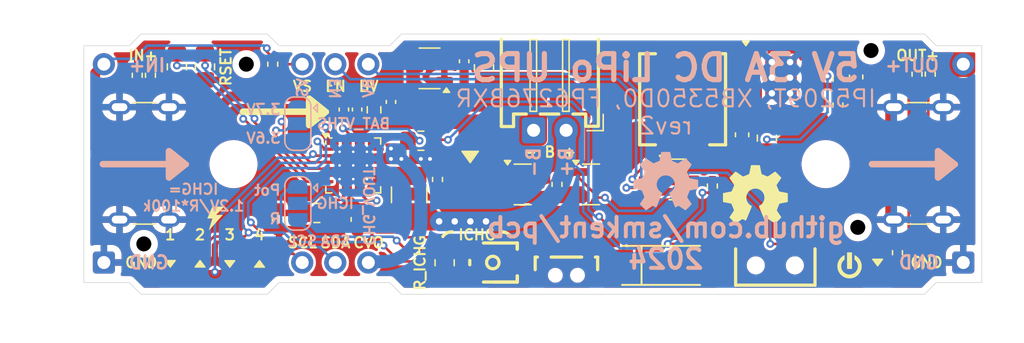
<source format=kicad_pcb>
(kicad_pcb (version 20240108) (generator "pcbnew") (generator_version "8.0")
  (layers (0 "F.Cu" signal) (31 "B.Cu" signal) (34 "B.Paste" user) (35 "F.Paste" user) (36 "B.SilkS" user "B.Silkscreen") (37 "F.SilkS" user "F.Silkscreen") (38 "B.Mask" user) (39 "F.Mask" user) (44 "Edge.Cuts" user))
  (net 0 "")
  (net 1 "B-")
  (net 2 "B+")
  (net 3 "BATVDD")
  (net 4 "GND")
  (net 5 "BOOST")
  (net 6 "VOUT")
  (net 7 "VIN")
  (net 8 "LOAD_SWITCH")
  (net 9 "SW")
  (net 10 "Net-(J1-CC1)")
  (net 11 "Net-(J1-CC2)")
  (net 12 "Net-(J2-CC1)")
  (net 13 "Net-(J2-CC2)")
  (net 14 "LED1")
  (net 15 "LED3")
  (net 16 "LED2")
  (net 17 "Net-(Q2-G)")
  (net 18 "FB")
  (net 19 "KEY")
  (net 20 "Net-(LED5-K)")
  (net 21 "Net-(LED6-A)")
  (net 22 "Net-(C6-Pad1)")
  (net 23 "Net-(C7-Pad1)")
  (net 24 "ICHG")
  (net 26 "BAT_SENSE")
  (net 27 "BAT_SENSE_ENABLE")
  (net 28 "Net-(Q3-D)")
  (net 29 "LIGHT")
  (net 30 "POWER_IN_SENSE")
  (net 31 "BOOST_SW")
  (net 32 "RSET")
  (net 37 "VREG")
  (net 38 "VTHS")
  (net 40 "Net-(JP2-B)")
  (net 41 "Net-(JP2-A)")
  (net 42 "CHARGE_VOUT")
  (net 43 "BOOST_OC")
  (net 44 "Net-(U1-NTC)")
  (footprint "custom:SOIC-8-1EP_3.9x4.9mm_P1.27mm_EP2.41x3.3mm_ThermalVias_CustomVias" (layer "F.Cu") (at 103.57 122.358)
    (property "Reference" "U3" (hide yes))
    (property "Value" "FP6276BXR-G1")
  )
  (footprint "Resistor_SMD:R_0402_1005Metric" (layer "F.Cu") (at 86.36 130.556 90)
    (property "Reference" "R7" (hide yes))
    (property "Value" "10K")
  )
  (footprint "graphics:oshw-logo-5mm" (layer "F.Cu") (at 101.6 131.318)
    (property "Reference" "G***" (hide yes))
    (property "Value" "LOGO" (hide yes))
  )
  (footprint "Capacitor_SMD:C_0603_1608Metric" (layer "F.Cu") (at 71.05 133.25 -90)
    (property "Reference" "C2" (hide yes))
    (property "Value" "22uF")
  )
  (footprint "custom:LED_0805_2012Metric_Pad1.15x1.40mm_HandSolder_simple" (layer "F.Cu") (at 58.928 136.652 -90)
    (property "Reference" "LED2" (hide yes))
    (property "Value" "~")
  )
  (footprint "graphics:icon-lightning-bolt-2mm" (layer "F.Cu") (at 60.071 133.1)
    (property "Reference" "G***" (hide yes))
    (property "Value" "LOGO" (hide yes))
  )
  (footprint "Resistor_SMD:R_0805_2012Metric_Pad1.20x1.40mm_HandSolder" (layer "F.Cu") (at 57.15 121.523 90)
    (property "Reference" "R20" (hide yes))
    (property "Value" "0R")
  )
  (footprint "Resistor_SMD:R_0402_1005Metric" (layer "F.Cu") (at 54.102 122.174 90)
    (property "Reference" "R11" (hide yes))
    (property "Value" "5K1")
  )
  (footprint "custom:LED_0805_2012Metric_Pad1.15x1.40mm_HandSolder_simple" (layer "F.Cu") (at 61.214 136.67 90)
    (property "Reference" "LED3" (hide yes))
    (property "Value" "~")
  )
  (footprint "lcsc:IND-SMD_L7.0-W6.6" (layer "F.Cu") (at 96.012 124.015 90)
    (property "Reference" "L2" (hide yes))
    (property "Value" "4.7uH")
  )
  (footprint "Resistor_SMD:R_0805_2012Metric_Pad1.20x1.40mm_HandSolder" (layer "F.Cu") (at 59.309 121.523 -90)
    (property "Reference" "R18" (hide yes))
    (property "Value" "10K")
  )
  (footprint "mechanical:JLCPCB-PCBA-Tooling-Hole" (layer "F.Cu") (at 110.49 120.269)
    (property "Reference" "REF**" (hide yes))
    (property "Value" "JLCPCB-PCBA-Tooling-Hole")
  )
  (footprint "Inductor_SMD:L_1210_3225Metric" (layer "F.Cu") (at 75 131.356 -90)
    (property "Reference" "L1" (hide yes))
    (property "Value" "1uH")
  )
  (footprint "custom:LED_0805_2012Metric_Pad1.15x1.40mm_HandSolder_simple" (layer "F.Cu") (at 56.642 136.661 90)
    (property "Reference" "LED1" (hide yes))
    (property "Value" "~")
  )
  (footprint "Resistor_SMD:R_0805_2012Metric_Pad1.20x1.40mm_HandSolder" (layer "F.Cu") (at 75.9 127.2)
    (property "Reference" "R2" (hide yes))
    (property "Value" "20R")
  )
  (footprint "custom:JST_XH_S2B-XH-2AW_1x02_P2.50mm_pad2gnd_trim" (layer "F.Cu") (at 85.81 126.4 180)
    (property "Reference" "BT1" (hide yes))
    (property "Value" "Battery_Cell")
  )
  (footprint "mechanical:JLCPCB-PCBA-Tooling-Hole" (layer "F.Cu") (at 62.484 121.32)
    (property "Reference" "REF**" (hide yes))
    (property "Value" "JLCPCB-PCBA-Tooling-Hole")
  )
  (footprint "custom:LED_0805_2012Metric_Pad1.15x1.40mm_HandSolder_simple" (layer "F.Cu") (at 63.5 136.661 -90)
    (property "Reference" "LED4" (hide yes))
    (property "Value" "~")
  )
  (footprint "Resistor_SMD:R_0402_1005Metric" (layer "F.Cu") (at 64.516 121.32 -90)
    (property "Reference" "R17" (hide yes))
    (property "Value" "10K")
  )
  (footprint "mechanical:JLCPCB-PCBA-Tooling-Hole" (layer "F.Cu") (at 54.61 135.128)
    (property "Reference" "REF**" (hide yes))
    (property "Value" "JLCPCB-PCBA-Tooling-Hole")
  )
  (footprint "Resistor_SMD:R_0402_1005Metric" (layer "F.Cu") (at 107.95 124.46 -90)
    (property "Reference" "R9" (hide yes))
    (property "Value" "10K")
  )
  (footprint "lcsc:SW-SMD_BZCN_TSA002A35XXX" (layer "F.Cu") (at 87.083 137.041 180)
    (property "Reference" "SW1" (hide yes))
    (property "Value" "SW_Push")
  )
  (footprint "Package_TO_SOT_SMD:SOT-23" (layer "F.Cu") (at 83.7195 130.559)
    (property "Reference" "Q1" (hide yes))
    (property "Value" "AO3401A")
  )
  (footprint "Capacitor_SMD:C_0603_1608Metric" (layer "F.Cu") (at 109.347 122.301 -90)
    (property "Reference" "C11" (hide yes))
    (property "Value" "22uF")
  )
  (footprint "Resistor_SMD:R_0402_1005Metric" (layer "F.Cu") (at 92.964 130.683 -90)
    (property "Reference" "R16" (hide yes))
    (property "Value" "10K")
  )
  (footprint "custom:USB_C_Receptacle_GCT_USB4125-xx-x_6P_TopMnt_Horizontal_handsolder" (layer "F.Cu") (at 53.54 128.94 -90)
    (property "Reference" "J1" (hide yes))
    (property "Value" "USB_C_Receptacle_PowerOnly_6P")
  )
  (footprint "Resistor_SMD:R_0402_1005Metric" (layer "F.Cu") (at 112.522 135.805 -90)
    (property "Reference" "R10" (hide yes))
    (property "Value" "10K")
  )
  (footprint "mechanical:JLCPCB-PCBA-Tooling-Hole" (layer "F.Cu") (at 109.474 133.858)
    (property "Reference" "REF**" (hide yes))
    (property "Value" "JLCPCB-PCBA-Tooling-Hole")
  )
  (footprint "Resistor_SMD:R_0402_1005Metric" (layer "F.Cu") (at 115.04 122.082 -90)
    (property "Reference" "R13" (hide yes))
    (property "Value" "10K")
  )
  (footprint "Capacitor_SMD:C_0603_1608Metric" (layer "F.Cu") (at 65 133.225 -90)
    (property "Reference" "C7" (hide yes))
    (property "Value" "22uF")
  )
  (footprint "Capacitor_SMD:C_0402_1005Metric" (layer "F.Cu") (at 69.984 124.8 90)
    (property "Reference" "C1" (hide yes))
    (property "Value" "10uF")
  )
  (footprint "graphics:icon-power-2mm" (layer "F.Cu") (at 108.839 136.779)
    (property "Reference" "G***" (hide yes))
    (property "Value" "LOGO" (hide yes))
  )
  (footprint "MountingHole:MountingHole_3.2mm_M3" (layer "F.Cu") (at 107 129)
    (property "Reference" "REF**" (hide yes))
    (property "Value" "MountingHole_3.2mm_M3" (hide yes))
  )
  (footprint "lcsc:LED-SMD_3P-L5.7-W3.0-RD" (layer "F.Cu") (at 94.315 136.779)
    (property "Reference" "LED5" (hide yes))
    (property "Value" "~")
  )
  (footprint "Resistor_SMD:R_0402_1005Metric" (layer "F.Cu") (at 98.298 130.683 90)
    (property "Reference" "R15" (hide yes))
    (property "Value" "10K")
  )
  (footprint "Resistor_SMD:R_0603_1608Metric" (layer "F.Cu") (at 72.3 124.825 90)
    (property "Reference" "R3" (hide yes))
    (property "Value" "2R")
  )
  (footprint "custom:USB_C_Receptacle_GCT_USB4125-xx-x_6P_TopMnt_Horizontal_handsolder" (layer "F.Cu") (at 115.24 128.94 90)
    (property "Reference" "J2" (hide yes))
    (property "Value" "USB_C_Receptacle_PowerOnly_6P")
  )
  (footprint "Resistor_SMD:R_0805_2012Metric_Pad1.20x1.40mm_HandSolder" (layer "F.Cu") (at 77.724 136.576 -90)
    (property "Reference" "R1" (hide yes))
    (property "Value" "120K")
  )
  (footprint "Resistor_SMD:R_0805_2012Metric_Pad1.20x1.40mm_HandSolder" (layer "F.Cu") (at 80.75 121.59 90)
    (property "Reference" "R5" (hide yes))
    (property "Value" "100R")
  )
  (footprint "Resistor_SMD:R_0402_1005Metric" (layer "F.Cu") (at 77.18 130.178 -90)
    (property "Reference" "R6" (hide yes))
    (property "Value" "10K")
  )
  (footprint "lcsc:RES-ADJ-SMD_VG039NCH" (layer "F.Cu") (at 81.406 136.56 180)
    (property "Reference" "RV1" (hide yes))
    (property "Value" "R_Potentiometer_US")
  )
  (footprint "Capacitor_SMD:C_0603_1608Metric" (layer "F.Cu") (at 100.584 126.746 -90)
    (property "Reference" "C10" (hide yes))
    (property "Value" "22uF")
  )
  (footprint "Package_TO_SOT_SMD:SOT-23" (layer "F.Cu") (at 95.631 130.175)
    (property "Reference" "Q3" (hide yes))
    (property "Value" "BSS138")
  )
  (footprint "Package_TO_SOT_SMD:SOT-23-3" (layer "F.Cu") (at 76.5645 121.64 180)
    (property "Reference" "U2" (hide yes))
    (property "Value" "XB3306D")
  )
  (footprint "Resistor_SMD:R_0402_1005Metric" (layer "F.Cu") (at 107.95 122.4768 -90)
    (property "Reference" "R8" (hide yes))
    (property "Value" "75K")
  )
  (footprint "Resistor_SMD:R_0402_1005Metric" (layer "F.Cu") (at 114.024 122.084 -90)
    (property "Reference" "R14" (hide yes))
    (property "Value" "10K")
  )
  (footprint "custom:D_SMA_simple" (layer "F.Cu") (at 79.703 128.432 90)
    (property "Reference" "D1" (hide yes))
    (property "Value" "SS34")
  )
  (footprint "Capacitor_SMD:C_0402_1005Metric" (layer "F.Cu") (at 73.6 124.22 -90)
    (property "Reference" "C6" (hide yes))
    (property "Value" "10uF")
  )
  (footprint "Capacitor_SMD:C_0402_1005Metric" (layer "F.Cu") (at 71 124.8 90)
    (property "Reference" "C3" (hide yes))
    (property "Value" "100nF")
  )
  (footprint "lcsc:SW-SMD_3P-P1.50_L2.7-W6.6" (layer "F.Cu") (at 103.136 136.319)
    (property "Reference" "SW2" (hide yes))
    (property "Value" "SW_SPDT")
  )
  (footprint "Package_TO_SOT_SMD:SOT-23" (layer "F.Cu") (at 88.9785 130.556)
    (property "Reference" "Q2" (hide yes))
    (property "Value" "AO3401A")
  )
  (footprint "Package_DFN_QFN:QFN-24-1EP_4x4mm_P0.5mm_EP2.6x2.6mm_ThermalVias" (layer "F.Cu") (at 70.702 129.0995)
    (property "Reference" "U1" (hide yes))
    (property "Value" "IP5209T")
  )
  (footprint "MountingHole:MountingHole_3.2mm_M3" (layer "F.Cu") (at 61.5 129)
    (property "Reference" "REF**" (hide yes))
    (property "Value" "MountingHole_3.2mm_M3" (hide yes))
  )
  (footprint "Resistor_SMD:R_0402_1005Metric" (layer "F.Cu") (at 55.118 122.174 90)
    (property "Reference" "R12" (hide yes))
    (property "Value" "5K1")
  )
  (footprint "custom:LED_0805_2012Metric_Pad1.15x1.40mm_HandSolder_simple" (layer "F.Cu") (at 110.998 136.56 90)
    (property "Reference" "LED6" (hide yes))
    (property "Value" "Boost")
  )
  (footprint "Resistor_SMD:R_0805_2012Metric_Pad1.20x1.40mm_HandSolder" (layer "F.Cu") (at 102.489 127 -90)
    (property "Reference" "R19" (hide yes))
    (property "Value" "47K")
  )
  (footprint "Resistor_SMD:R_0805_2012Metric_Pad1.20x1.40mm_HandSolder" (layer "F.Cu") (at 67.908 132.75 180)
    (property "Reference" "R4" (hide yes))
    (property "Value" "0R5")
  )
  (footprint "Capacitor_SMD:C_0402_1005Metric" (layer "F.Cu") (at 79.226 121.094 90)
    (property "Reference" "C9" (hide yes))
    (property "Value" "0.1uF")
  )
  (footprint "custom:PinHeader_1x01_P2.54mm_simple" (layer "B.Cu") (at 117.58 121.32 180)
    (property "Reference" "J8" (hide yes))
    (property "Value" "Conn_01x01")
  )
  (footprint "custom:PinHeader_1x03_P2.54mm_Vertical_simple" (layer "B.Cu") (at 71.86 121.32 90)
    (property "Reference" "J9" (hide yes))
    (property "Value" "Conn_01x03")
  )
  (footprint "custom:PinHeader_1x01_P2.54mm_simple_square" (layer "B.Cu") (at 51.54 136.56 180)
    (property "Reference" "J11" (hide yes))
    (property "Value" "Conn_01x01")
  )
  (footprint "custom:PinHeader_1x01_P2.54mm_simple_square" (layer "B.Cu") (at 117.58 136.56 180)
    (property "Reference" "J12" (hide yes))
    (property "Value" "Conn_01x01")
  )
  (footprint "custom:PinHeader_1x01_P2.54mm_simple" (layer "B.Cu") (at 51.54 121.32 180)
    (property "Reference" "J5" (hide yes))
    (property "Value" "Conn_01x01")
  )
  (footprint "Jumper:SolderJumper-3_P1.3mm_Open_RoundedPad1.0x1.5mm" (layer "B.Cu") (at 66.446 132.018 -90)
    (property "Reference" "JP2" (hide yes))
    (property "Value" "SolderJumper_3_Open")
  )
  (footprint "Jumper:SolderJumper-3_P1.3mm_Open_RoundedPad1.0x1.5mm" (layer "B.Cu") (at 66.446 125.892 -90)
    (property "Reference" "JP1" (hide yes))
    (property "Value" "SolderJumper_3_Open")
  )
  (footprint "graphics:oshw-logo-5mm" (layer "B.Cu") (at 94.72 130.302 180)
    (property "Reference" "G***" (hide yes))
    (property "Value" "LOGO" (hide yes))
  )
  (footprint "custom:PinHeader_1x03_P2.54mm_Vertical_simple" (layer "B.Cu") (at 66.78 136.56 -90)
    (property "Reference" "J3" (hide yes))
    (property "Value" "Conn_01x03")
  )
  (gr_line (start 110.56 129) (end 115.64 129) (stroke (width 0.5)) (layer "B.SilkS"))
  (gr_poly (pts (xy 115.64 128) (xy 116.91 129.016) (xy 115.64 130.032)) (stroke (width 0.5)) (fill solid) (layer "B.SilkS"))
  (gr_line (start 51.46 129) (end 56.54 129) (stroke (width 0.5)) (layer "B.SilkS"))
  (gr_poly (pts (xy 56.54 128) (xy 57.81 129.016) (xy 56.54 130.032)) (stroke (width 0.5)) (fill solid) (layer "B.SilkS"))
  (gr_line (start 62.23 124.968) (end 67.31 124.968) (stroke (width 0.5)) (layer "F.SilkS"))
  (gr_poly (pts (xy 67.31 123.968) (xy 68.58 124.984) (xy 67.31 126)) (stroke (width 0.5)) (fill solid) (layer "F.SilkS"))
  (gr_arc (start 77.591195 134.564318) (mid 77.900851 134.295102) (end 78.3 134.2) (stroke (width 0.25)) (layer "F.SilkS"))
  (gr_arc (start 82.100851 134.2) (mid 82.5 134.295102) (end 82.809656 134.564318) (stroke (width 0.25)) (layer "F.SilkS"))
  (gr_poly (pts (xy 50 119.9) (xy 53.5 119.9) (xy 54.4 119) (xy 64.1 119) (xy 65 119.9) (xy 73.5 119.9) (xy 74.4 119) (xy 114.6 119) (xy 115.5 119.9) (xy 119 119.9) (xy 119 138.1) (xy 115.5 138.1) (xy 114.6 139) (xy 74.4 139) (xy 73.5 138.1) (xy 65 138.1) (xy 64.1 139) (xy 54.4 139) (xy 53.5 138.1) (xy 50 138.1)) (stroke (width 0.05)) (fill none) (layer "Edge.Cuts"))
  (gr_text "IP5209T, XB5350D0, FP6276BXR\nrev2" (at 94.72 123.2 0) (layer "B.SilkS") (effects (font (size 1.3 1.3) (thickness 0.1625)) (justify top mirror)))
  (gr_text "ICHG" (at 67.818 132.018 0) (layer "B.SilkS") (effects (font (size 0.8 0.8) (thickness 0.16) (bold yes)) (justify right mirror)))
  (gr_text "SCL" (at 66.802 135.382 0) (layer "B.SilkS") (effects (font (size 0.8 0.8) (thickness 0.16) (bold yes)) (justify bottom mirror)))
  (gr_text "R" (at 65.2 133.2 0) (layer "B.SilkS") (effects (font (size 0.8 0.8) (thickness 0.16) (bold yes)) (justify left mirror)))
  (gr_text "IN+" (at 53.34 121.412 0) (layer "B.SilkS") (effects (font (size 1 1) (thickness 0.2) (bold yes)) (justify right mirror)))
  (gr_text "3.7V" (at 65.2 124.8 0) (layer "B.SilkS") (effects (font (size 0.8 0.8) (thickness 0.16) (bold yes)) (justify left mirror)))
  (gr_text "github.com/smkent/pcb\n2024" (at 94.72 133 0) (layer "B.SilkS") (effects (font (size 1.5 1.5) (thickness 0.3) (bold yes)) (justify top mirror)))
  (gr_text "GND" (at 53.34 136.56 0) (layer "B.SilkS") (effects (font (size 1 1) (thickness 0.2) (bold yes)) (justify right mirror)))
  (gr_text "BV" (at 71.882 122.301 90) (layer "B.SilkS") (effects (font (size 0.8 0.8) (thickness 0.16) (bold yes)) (justify left mirror)))
  (gr_text "ICHG=\n1.2V/R*100k" (at 58.42 131.572 0) (layer "B.SilkS") (effects (font (size 0.8 0.8) (thickness 0.16) (bold yes)) (justify mirror)))
  (gr_text "Pot" (at 65.2 131 0) (layer "B.SilkS") (effects (font (size 0.8 0.8) (thickness 0.16) (bold yes)) (justify left mirror)))
  (gr_text "5V 3A DC LiPo UPS" (at 94.72 121.6 0) (layer "B.SilkS") (effects (font (size 2 2) (thickness 0.4) (bold yes)) (justify mirror)))
  (gr_text "CHG_VOUT" (at 71.882 135.382 270) (layer "B.SilkS") (effects (font (size 0.8 0.8) (thickness 0.16) (bold yes)) (justify left mirror)))
  (gr_text "3.6V" (at 65.2 127 0) (layer "B.SilkS") (effects (font (size 0.8 0.8) (thickness 0.16) (bold yes)) (justify left mirror)))
  (gr_text "VS" (at 66.802 122.301 90) (layer "B.SilkS") (effects (font (size 0.8 0.8) (thickness 0.16) (bold yes)) (justify left mirror)))
  (gr_text "OUT+" (at 115.824 121.412 0) (layer "B.SilkS") (effects (font (size 1 1) (thickness 0.2) (bold yes)) (justify left mirror)))
  (gr_text "B-" (at 84.56 127.6 90) (layer "B.SilkS") (effects (font (size 1 1) (thickness 0.2) (bold yes)) (justify left mirror)))
  (gr_text "BAT_VTHS" (at 67.818 125.892 0) (layer "B.SilkS") (effects (font (size 0.8 0.8) (thickness 0.16) (bold yes)) (justify right mirror)))
  (gr_text "GND" (at 115.824 136.56 0) (layer "B.SilkS") (effects (font (size 1 1) (thickness 0.2) (bold yes)) (justify left mirror)))
  (gr_text "EN" (at 69.342 122.301 90) (layer "B.SilkS") (effects (font (size 0.8 0.8) (thickness 0.16) (bold yes)) (justify left mirror)))
  (gr_text "SDA" (at 69.342 135.382 0) (layer "B.SilkS") (effects (font (size 0.8 0.8) (thickness 0.16) (bold yes)) (justify bottom mirror)))
  (gr_text "B+" (at 87.06 127.6 90) (layer "B.SilkS") (effects (font (size 1 1) (thickness 0.2) (bold yes)) (justify left mirror)))
  (gr_text "CVO" (at 71.882 135.509 0) (layer "F.SilkS") (effects (font (size 0.8 0.8) (thickness 0.16) (bold yes)) (justify bottom)))
  (gr_text "SCL" (at 66.802 135.509 0) (layer "F.SilkS") (effects (font (size 0.8 0.8) (thickness 0.16) (bold yes)) (justify bottom)))
  (gr_text "2" (at 58.928 134.9 0) (layer "F.SilkS") (effects (font (size 0.8 0.8) (thickness 0.16) (bold yes)) (justify bottom)))
  (gr_text "OUT+" (at 115.824 120.65 0) (layer "F.SilkS") (effects (font (size 0.8 0.8) (thickness 0.16) (bold yes)) (justify right)))
  (gr_text "- B +" (at 85.81 127.6 0) (layer "F.SilkS") (effects (font (size 0.8 0.8) (thickness 0.16) (bold yes)) (justify top)))
  (gr_text "BV" (at 71.882 122.555 0) (layer "F.SilkS") (effects (font (size 0.8 0.8) (thickness 0.16) (bold yes)) (justify top)))
  (gr_text "3" (at 61.214 134.9 0) (layer "F.SilkS") (effects (font (size 0.8 0.8) (thickness 0.16) (bold yes)) (justify bottom)))
  (gr_text "GND" (at 116.078 136.56 0) (layer "F.SilkS") (effects (font (size 0.8 0.8) (thickness 0.16) (bold yes)) (justify right)))
  (gr_text "GND" (at 53.086 136.56 0) (layer "F.SilkS") (effects (font (size 0.8 0.8) (thickness 0.16) (bold yes)) (justify left)))
  (gr_text "VS" (at 66.802 122.555 0) (layer "F.SilkS") (effects (font (size 0.8 0.8) (thickness 0.16) (bold yes)) (justify top)))
  (gr_text "IN+" (at 53.34 120.65 0) (layer "F.SilkS") (effects (font (size 0.8 0.8) (thickness 0.16) (bold yes)) (justify left)))
  (gr_text "1" (at 56.642 134.9 0) (layer "F.SilkS") (effects (font (size 0.8 0.8) (thickness 0.16) (bold yes)) (justify bottom)))
  (gr_text "EN" (at 69.342 122.555 0) (layer "F.SilkS") (effects (font (size 0.8 0.8) (thickness 0.16) (bold yes)) (justify top)))
  (gr_text "R_ICHG" (at 76.3 136.576 90) (layer "F.SilkS") (effects (font (size 0.8 0.8) (thickness 0.16) (bold yes)) (justify bottom)))
  (gr_text "RSET" (at 60.452 121.539 90) (layer "F.SilkS") (effects (font (size 0.8 0.8) (thickness 0.16) (bold yes)) (justify top)))
  (gr_text "ICHG" (at 80.2 134.9 0) (layer "F.SilkS") (effects (font (size 0.8 0.8) (thickness 0.16) (bold yes)) (justify bottom)))
  (gr_text "SDA" (at 69.342 135.509 0) (layer "F.SilkS") (effects (font (size 0.8 0.8) (thickness 0.16) (bold yes)) (justify bottom)))
  (gr_text "4" (at 63.5 134.9 0) (layer "F.SilkS") (effects (font (size 0.8 0.8) (thickness 0.16) (bold yes)) (justify bottom)))
  (segment (start 97.135 136.505) (end 95.758 135.128) (width 0.2) (layer "F.Cu") (net 2))
  (segment (start 87.2 126.4) (end 87.3 126.5) (width 0.2) (layer "F.Cu") (net 2))
  (segment (start 96.673 136.449) (end 96.673 136.779) (width 0.2) (layer "F.Cu") (net 2))
  (segment (start 97.536 131.191) (end 98.296 131.191) (width 0.2) (layer "F.Cu") (net 2))
  (segment (start 87.06 126.4) (end 87.2 126.4) (width 0.2) (layer "F.Cu") (net 2))
  (segment (start 95.758 135.128) (end 94.869 135.128) (width 0.2) (layer "F.Cu") (net 2))
  (segment (start 98.296 131.191) (end 98.298 131.193) (width 0.2) (layer "F.Cu") (net 2))
  (segment (start 97.135 136.779) (end 97.135 136.505) (width 0.2) (layer "F.Cu") (net 2))
  (via (at 78.5 133.4) (size 1) (drill 0.5) (layers "F.Cu" "B.Cu") (net 2))
  (via (at 77.3 133.4) (size 1) (drill 0.5) (layers "F.Cu" "B.Cu") (net 2))
  (via (at 94.869 135.128) (size 0.6) (drill 0.3) (layers "F.Cu" "B.Cu") (net 2))
  (via (at 80.9 133.4) (size 1) (drill 0.5) (layers "F.Cu" "B.Cu") (net 2))
  (via (at 79.7 133.4) (size 1) (drill 0.5) (layers "F.Cu" "B.Cu") (net 2))
  (via (at 97.536 131.191) (size 0.6) (drill 0.3) (layers "F.Cu" "B.Cu") (net 2))
  (segment (start 87.06 128.4) (end 87.06 126.4) (width 1.5) (layer "B.Cu") (net 2))
  (segment (start 94.869 135.128) (end 97.536 132.461) (width 0.2) (layer "B.Cu") (net 2))
  (segment (start 97.536 132.461) (end 97.536 131.191) (width 0.2) (layer "B.Cu") (net 2))
  (segment (start 94.869 135.128) (end 94.523 135.474) (width 0.2) (layer "B.Cu") (net 2))
  (segment (start 80.9 133.4) (end 82.06 133.4) (width 1.5) (layer "B.Cu") (net 2))
  (segment (start 94.523 135.474) (end 91.191471 135.474) (width 0.2) (layer "B.Cu") (net 2))
  (segment (start 91.191471 135.474) (end 88.373 132.655529) (width 0.2) (layer "B.Cu") (net 2))
  (segment (start 80.9 133.4) (end 77.356177 133.4) (width 1.5) (layer "B.Cu") (net 2))
  (segment (start 88.373 129.713) (end 87.06 128.4) (width 0.2) (layer "B.Cu") (net 2))
  (segment (start 77.356177 133.4) (end 77.35617 133.400612) (width 1.5) (layer "B.Cu") (net 2))
  (segment (start 88.373 132.655529) (end 88.373 129.713) (width 0.2) (layer "B.Cu") (net 2))
  (arc (start 87.06 128.4) (mid 85.595534 131.935534) (end 82.06 133.4) (width 1.5) (layer "B.Cu") (net 2))
  (segment (start 111.96 124.9) (end 112.24 124.62) (width 0.75) (layer "F.Cu") (net 4))
  (segment (start 69.477 130.3245) (end 69.652 130.1495) (width 0.2) (layer "F.Cu") (net 4))
  (segment (start 56.54 124.62) (end 56.54 125.91) (width 0.2) (layer "F.Cu") (net 4))
  (segment (start 56.54 125.91) (end 56.82 126.19) (width 0.2) (layer "F.Cu") (net 4))
  (segment (start 56.54 131.97) (end 56.82 131.69) (width 0.2) (layer "F.Cu") (net 4))
  (segment (start 71.952 131.037) (end 71.927 131.012) (width 0.2) (layer "F.Cu") (net 4))
  (segment (start 111.96 132.98) (end 112.24 133.26) (width 0.75) (layer "F.Cu") (net 4))
  (segment (start 71.927 130.3245) (end 71.752 130.1495) (width 0.2) (layer "F.Cu") (net 4))
  (segment (start 71.927 131.012) (end 71.927 130.3245) (width 0.2) (layer "F.Cu") (net 4))
  (segment (start 69.477 131.012) (end 69.477 130.3245) (width 0.2) (layer "F.Cu") (net 4))
  (segment (start 69.452 131.037) (end 69.477 131.012) (width 0.2) (layer "F.Cu") (net 4))
  (segment (start 111.96 131.69) (end 111.96 132.98) (width 0.75) (layer "F.Cu") (net 4))
  (segment (start 111.96 126.19) (end 111.96 124.9) (width 0.75) (layer "F.Cu") (net 4))
  (segment (start 56.54 133.26) (end 56.54 131.97) (width 0.2) (layer "F.Cu") (net 4))
  (via (at 76.6 128.6) (size 0.6) (drill 0.3) (layers "F.Cu" "B.Cu") (net 4))
  (via (at 75.9 128.6) (size 0.6) (drill 0.3) (layers "F.Cu" "B.Cu") (net 4))
  (segment (start 114.024 121.574) (end 115.038 121.574) (width 0.75) (layer "F.Cu") (net 6))
  (segment (start 112.78 127.42) (end 113.665 126.535) (width 0.75) (layer "F.Cu") (net 6))
  (segment (start 113.665 123.439) (end 113.541166 123.439) (width 0.75) (layer "F.Cu") (net 6))
  (segment (start 112.242648 130.46) (end 111.96 130.46) (width 0.2) (layer "F.Cu") (net 6))
  (segment (start 113.39 134.427) (end 113.39 131.607352) (width 0.2) (layer "F.Cu") (net 6))
  (segment (start 115.04 121.572) (end 117.328 121.572) (width 0.75) (layer "F.Cu") (net 6))
  (segment (start 111.96 130.46) (end 111.11449 130.46) (width 0.75) (layer "F.Cu") (net 6))
  (segment (start 113.129 121.84001) (end 113.39501 121.574) (width 0.75) (layer "F.Cu") (net 6))
  (segment (start 112.522 135.295) (end 113.39 134.427) (width 0.2) (layer "F.Cu") (net 6))
  (segment (start 111.96 127.42) (end 112.78 127.42) (width 0.75) (layer "F.Cu") (net 6))
  (segment (start 113.129 123.026834) (end 113.129 121.84001) (width 0.75) (layer "F.Cu") (net 6))
  (segment (start 110.585 127.715) (end 110.88 127.42) (width 0.75) (layer "F.Cu") (net 6))
  (segment (start 110.88 127.42) (end 111.96 127.42) (width 0.75) (layer "F.Cu") (net 6))
  (segment (start 111.11449 130.46) (end 110.585 129.93051) (width 0.75) (layer "F.Cu") (net 6))
  (segment (start 113.39 131.607352) (end 112.242648 130.46) (width 0.2) (layer "F.Cu") (net 6))
  (segment (start 115.038 121.574) (end 115.04 121.572) (width 0.75) (layer "F.Cu") (net 6))
  (segment (start 110.585 127.94949) (end 110.585 127.715) (width 0.75) (layer "F.Cu") (net 6))
  (segment (start 110.585 129.93051) (end 110.585 127.94949) (width 0.75) (layer "F.Cu") (net 6))
  (segment (start 117.328 121.572) (end 117.58 121.32) (width 0.75) (layer "F.Cu") (net 6))
  (segment (start 110.585 122.333) (end 110.585 127.94949) (width 0.75) (layer "F.Cu") (net 6))
  (segment (start 111.598 121.32) (end 110.585 122.333) (width 0.75) (layer "F.Cu") (net 6))
  (segment (start 113.665 126.535) (end 113.665 123.439) (width 0.75) (layer "F.Cu") (net 6))
  (segment (start 117.58 121.32) (end 111.598 121.32) (width 0.75) (layer "F.Cu") (net 6))
  (segment (start 113.541166 123.439) (end 113.129 123.026834) (width 0.75) (layer "F.Cu") (net 6))
  (segment (start 113.39501 121.574) (end 114.024 121.574) (width 0.75) (layer "F.Cu") (net 6))
  (segment (start 68.617437 125.28) (end 67.137437 123.8) (width 0.75) (layer "F.Cu") (net 7))
  (segment (start 64.059314 120.353314) (end 64.516 120.81) (width 0.2) (layer "F.Cu") (net 7))
  (segment (start 77.18 129.668) (end 77.18 128.82) (width 0.2) (layer "F.Cu") (net 7))
  (segment (start 50.875 121.985) (end 51.54 121.32) (width 0.75) (layer "F.Cu") (net 7))
  (segment (start 56.82 130.46) (end 53.498 130.46) (width 0.75) (layer "F.Cu") (net 7))
  (segment (start 56.82 130.46) (end 57.66551 130.46) (width 0.75) (layer "F.Cu") (net 7))
  (segment (start 67.137437 123.8) (end 64.2 123.8) (width 0.75) (layer "F.Cu") (net 7))
  (segment (start 77.18 128.82) (end 79.568 126.432) (width 0.2) (layer "F.Cu") (net 7))
  (segment (start 58.195 127.94949) (end 57.66551 127.42) (width 0.75) (layer "F.Cu") (net 7))
  (segment (start 50.875 127.837) (end 50.875 121.985) (width 0.75) (layer "F.Cu") (net 7))
  (segment (start 64.059314 120.090686) (end 64.059314 120.353314) (width 0.2) (layer "F.Cu") (net 7))
  (segment (start 53.498 130.46) (end 50.875 127.837) (width 0.75) (layer "F.Cu") (net 7))
  (segment (start 64.2 123.8) (end 61.28551 123.8) (width 0.75) (layer "F.Cu") (net 7))
  (segment (start 79.568 126.432) (end 79.703 126.432) (width 0.2) (layer "F.Cu") (net 7))
  (segment (start 69.984 125.28) (end 68.617437 125.28) (width 0.75) (layer "F.Cu") (net 7))
  (segment (start 61.28551 123.8) (end 57.66551 127.42) (width 0.75) (layer "F.Cu") (net 7))
  (segment (start 58.195 129.93051) (end 58.195 127.94949) (width 0.75) (layer "F.Cu") (net 7))
  (segment (start 57.66551 127.42) (end 56.82 127.42) (width 0.75) (layer "F.Cu") (net 7))
  (segment (start 57.66551 130.46) (end 58.195 129.93051) (width 0.75) (layer "F.Cu") (net 7))
  (via (at 64.059314 120.090686) (size 0.6) (drill 0.3) (layers "F.Cu" "B.Cu") (net 7))
  (segment (start 51.956 120.904) (end 51.54 121.32) (width 0.2) (layer "B.Cu") (net 7))
  (segment (start 64.059314 120.090686) (end 63.856628 119.888) (width 0.2) (layer "B.Cu") (net 7))
  (segment (start 54.864 119.888) (end 53.848 120.904) (width 0.2) (layer "B.Cu") (net 7))
  (segment (start 63.856628 119.888) (end 54.864 119.888) (width 0.2) (layer "B.Cu") (net 7))
  (segment (start 53.848 120.904) (end 51.956 120.904) (width 0.2) (layer "B.Cu") (net 7))
  (segment (start 54.502 123.3) (end 55.118 122.684) (width 0.2) (layer "F.Cu") (net 10))
  (segment (start 55.585686 128.44) (end 54.502 127.356314) (width 0.2) (layer "F.Cu") (net 10))
  (segment (start 56.82 128.44) (end 55.585686 128.44) (width 0.2) (layer "F.Cu") (net 10))
  (segment (start 54.502 127.356314) (end 54.502 123.3) (width 0.2) (layer "F.Cu") (net 10))
  (segment (start 56.02 129.44) (end 54.102 127.522) (width 0.2) (layer "F.Cu") (net 11))
  (segment (start 54.102 127.522) (end 54.102 122.684) (width 0.2) (layer "F.Cu") (net 11))
  (segment (start 56.82 129.44) (end 56.02 129.44) (width 0.2) (layer "F.Cu") (net 11))
  (segment (start 115.04 122.592) (end 114.89 122.742) (width 0.2) (layer "F.Cu") (net 12))
  (segment (start 114.89 127.31) (end 112.76 129.44) (width 0.2) (layer "F.Cu") (net 12))
  (segment (start 112.76 129.44) (end 111.96 129.44) (width 0.2) (layer "F.Cu") (net 12))
  (segment (start 114.89 122.742) (end 114.89 127.31) (width 0.2) (layer "F.Cu") (net 12))
  (segment (start 114.49 127.144314) (end 114.49 123.06) (width 0.2) (layer "F.Cu") (net 13))
  (segment (start 113.194314 128.44) (end 114.49 127.144314) (width 0.2) (layer "F.Cu") (net 13))
  (segment (start 114.49 123.06) (end 114.024 122.594) (width 0.2) (layer "F.Cu") (net 13))
  (segment (start 111.96 128.44) (end 113.194314 128.44) (width 0.2) (layer "F.Cu") (net 13))
  (segment (start 68.578058 126.154114) (end 68.578058 126.288058) (width 0.2) (layer "F.Cu") (net 14))
  (segment (start 68.578058 126.288058) (end 69.452 127.162) (width 0.2) (layer "F.Cu") (net 14))
  (segment (start 63.754 135.89) (end 66.11 135.89) (width 0.2) (layer "F.Cu") (net 14))
  (segment (start 63.594753 134.241753) (end 63.594753 135.541247) (width 0.2) (layer "F.Cu") (net 14))
  (segment (start 66.11 135.89) (end 66.78 136.56) (width 0.2) (layer "F.Cu") (net 14))
  (segment (start 62.83 133.477) (end 63.594753 134.241753) (width 0.2) (layer "F.Cu") (net 14))
  (segment (start 63.594753 135.541247) (end 63.5 135.636) (width 0.2) (layer "F.Cu") (net 14))
  (segment (start 63.5 135.636) (end 63.754 135.89) (width 0.2) (layer "F.Cu") (net 14))
  (via (at 68.578058 126.154114) (size 0.6) (drill 0.3) (layers "F.Cu" "B.Cu") (net 14))
  (via (at 62.83 133.477) (size 0.6) (drill 0.3) (layers "F.Cu" "B.Cu") (net 14))
  (segment (start 62.63 131.934) (end 62.63 133.277) (width 0.2) (layer "B.Cu") (net 14))
  (segment (start 62.63 133.277) (end 62.83 133.477) (width 0.2) (layer "B.Cu") (net 14))
  (segment (start 68.606403 126.182459) (end 68.606403 128.641812) (width 0.2) (layer "B.Cu") (net 14))
  (segment (start 67.943215 129.305) (end 65.259 129.305) (width 0.2) (layer "B.Cu") (net 14))
  (segment (start 68.578058 126.154114) (end 68.606403 126.182459) (width 0.2) (layer "B.Cu") (net 14))
  (segment (start 68.606403 128.641812) (end 67.943215 129.305) (width 0.2) (layer "B.Cu") (net 14))
  (segment (start 65.259 129.305) (end 62.63 131.934) (width 0.2) (layer "B.Cu") (net 14))
  (segment (start 68.7645 128.3495) (end 68.7645 128.3645) (width 0.2) (layer "F.Cu") (net 15))
  (segment (start 68.7645 128.3495) (end 67.728306 128.3495) (width 0.2) (layer "F.Cu") (net 15))
  (segment (start 67.728306 128.3495) (end 67.606403 128.227597) (width 0.2) (layer "F.Cu") (net 15))
  (segment (start 68.7645 128.3645) (end 68.8 128.4) (width 0.2) (layer "F.Cu") (net 15))
  (via (at 67.606403 128.227597) (size 0.6) (drill 0.3) (layers "F.Cu" "B.Cu") (net 15))
  (via (at 60.071 137.287) (size 0.6) (drill 0.3) (layers "F.Cu" "B.Cu") (net 15))
  (segment (start 67.329 128.505) (end 67.606403 128.227597) (width 0.2) (layer "B.Cu") (net 15))
  (segment (start 60.071 137.287) (end 60.071 133.35) (width 0.2) (layer "B.Cu") (net 15))
  (segment (start 60.071 133.35) (end 64.916 128.505) (width 0.2) (layer "B.Cu") (net 15))
  (segment (start 64.916 128.505) (end 67.329 128.505) (width 0.2) (layer "B.Cu") (net 15))
  (segment (start 62.660929 134.258932) (end 62.357923 134.561938) (width 0.2) (layer "F.Cu") (net 16))
  (segment (start 62.357923 134.561938) (end 59.993062 134.561938) (width 0.2) (layer "F.Cu") (net 16))
  (segment (start 68.7645 127.8495) (end 68.5405 127.8495) (width 0.2) (layer "F.Cu") (net 16))
  (segment (start 59.993062 134.561938) (end 58.928 135.627) (width 0.2) (layer "F.Cu") (net 16))
  (segment (start 68.5405 127.8495) (end 67.945 127.254) (width 0.2) (layer "F.Cu") (net 16))
  (via (at 67.945 127.254) (size 0.6) (drill 0.3) (layers "F.Cu" "B.Cu") (net 16))
  (via (at 62.660929 134.258932) (size 0.6) (drill 0.3) (layers "F.Cu" "B.Cu") (net 16))
  (segment (start 62.23 133.828003) (end 62.23 131.756686) (width 0.2) (layer "B.Cu") (net 16))
  (segment (start 67.777529 128.905) (end 68.206403 128.476126) (width 0.2) (layer "B.Cu") (net 16))
  (segment (start 62.660929 134.258932) (end 62.23 133.828003) (width 0.2) (layer "B.Cu") (net 16))
  (segment (start 62.23 131.756686) (end 65.081686 128.905) (width 0.2) (layer "B.Cu") (net 16))
  (segment (start 65.367246 134.258932) (end 66.490314 135.382) (width 0.2) (layer "B.Cu") (net 16))
  (segment (start 68.142 135.382) (end 69.32 136.56) (width 0.2) (layer "B.Cu") (net 16))
  (segment (start 62.660929 134.258932) (end 65.367246 134.258932) (width 0.2) (layer "B.Cu") (net 16))
  (segment (start 66.490314 135.382) (end 68.142 135.382) (width 0.2) (layer "B.Cu") (net 16))
  (segment (start 65.081686 128.905) (end 67.777529 128.905) (width 0.2) (layer "B.Cu") (net 16))
  (segment (start 68.206403 128.476126) (end 68.206403 127.515403) (width 0.2) (layer "B.Cu") (net 16))
  (segment (start 68.206403 127.515403) (end 67.945 127.254) (width 0.2) (layer "B.Cu") (net 16))
  (segment (start 87.818 129.606) (end 87.376 130.048) (width 0.2) (layer "F.Cu") (net 17))
  (segment (start 88.041 130.059052) (end 89.553948 131.572) (width 0.2) (layer "F.Cu") (net 17))
  (segment (start 102.743 135.128) (end 103.517 135.128) (width 0.2) (layer "F.Cu") (net 17))
  (segment (start 88.041 129.606) (end 88.041 130.059052) (width 0.2) (layer "F.Cu") (net 17))
  (segment (start 89.553948 131.572) (end 90.043 131.572) (width 0.2) (layer "F.Cu") (net 17))
  (segment (start 86.362 130.048) (end 86.36 130.046) (width 0.2) (layer "F.Cu") (net 17))
  (segment (start 103.517 135.128) (end 103.886 134.759) (width 0.2) (layer "F.Cu") (net 17))
  (segment (start 88.041 129.606) (end 87.818 129.606) (width 0.2) (layer "F.Cu") (net 17))
  (segment (start 87.376 130.048) (end 86.362 130.048) (width 0.2) (layer "F.Cu") (net 17))
  (via (at 102.743 135.128) (size 0.6) (drill 0.3) (layers "F.Cu" "B.Cu") (net 17))
  (via (at 90.043 131.572) (size 0.6) (drill 0.3) (layers "F.Cu" "B.Cu") (net 17))
  (segment (start 96.52 129.667) (end 99.441 129.667) (width 0.2) (layer "B.Cu") (net 17))
  (segment (start 90.043 131.572) (end 91.059 132.588) (width 0.2) (layer "B.Cu") (net 17))
  (segment (start 99.441 129.667) (end 102.743 132.969) (width 0.2) (layer "B.Cu") (net 17))
  (segment (start 91.059 132.588) (end 93.599 132.588) (width 0.2) (layer "B.Cu") (net 17))
  (segment (start 102.743 132.969) (end 102.743 135.128) (width 0.2) (layer "B.Cu") (net 17))
  (segment (start 93.599 132.588) (end 96.52 129.667) (width 0.2) (layer "B.Cu") (net 17))
  (segment (start 106.045 122.993) (end 107.9438 122.993) (width 0.5) (layer "F.Cu") (net 18))
  (segment (start 107.95 122.9868) (end 107.95 123.95) (width 0.5) (layer "F.Cu") (net 18))
  (segment (start 107.9438 122.993) (end 107.95 122.9868) (width 0.5) (layer "F.Cu") (net 18))
  (segment (start 71.553 133.275) (end 70.56 133.275) (width 0.2) (layer "F.Cu") (net 19))
  (segment (start 69.666386 131.7495) (end 69.952 131.463886) (width 0.2) (layer "F.Cu") (net 19))
  (segment (start 70.56 133.275) (end 70.085 133.75) (width 0.2) (layer "F.Cu") (net 19))
  (segment (start 85.383 136.191) (end 83.812 134.62) (width 0.2) (layer "F.Cu") (net 19))
  (segment (start 68.323756 131.7495) (end 69.666386 131.7495) (width 0.2) (layer "F.Cu") (net 19))
  (segment (start 72.517 134.239) (end 71.553 133.275) (width 0.2) (layer "F.Cu") (net 19))
  (segment (start 67.818 132.255256) (end 68.323756 131.7495) (width 0.2) (layer "F.Cu") (net 19))
  (segment (start 83.812 134.62) (end 74.676 134.62) (width 0.2) (layer "F.Cu") (net 19))
  (segment (start 68.051858 133.75) (end 67.818 133.516142) (width 0.2) (layer "F.Cu") (net 19))
  (segment (start 74.295 134.239) (end 72.517 134.239) (width 0.2) (layer "F.Cu") (net 19))
  (segment (start 67.818 133.516142) (end 67.818 132.255256) (width 0.2) (layer "F.Cu") (net 19))
  (segment (start 69.952 131.463886) (end 69.952 131.037) (width 0.2) (layer "F.Cu") (net 19))
  (segment (start 74.676 134.62) (end 74.295 134.239) (width 0.2) (layer "F.Cu") (net 19))
  (segment (start 70.085 133.75) (end 68.051858 133.75) (width 0.2) (layer "F.Cu") (net 19))
  (segment (start 89.5985 133.0325) (end 91.495 134.929) (width 0.2) (layer "F.Cu") (net 20))
  (segment (start 91.495 134.929) (end 91.495 136.779) (width 0.2) (layer "F.Cu") (net 20))
  (segment (start 77.978 127.127) (end 76.973 127.127) (width 0.2) (layer "F.Cu") (net 20))
  (segment (start 76.973 127.127) (end 76.9 127.2) (width 0.2) (layer "F.Cu") (net 20))
  (via (at 89.5985 133.0325) (size 0.6) (drill 0.3) (layers "F.Cu" "B.Cu") (net 20))
  (via (at 77.978 127.127) (size 0.6) (drill 0.3) (layers "F.Cu" "B.Cu") (net 20))
  (segment (start 88.773 132.489843) (end 88.773 125.476) (width 0.2) (layer "B.Cu") (net 20))
  (segment (start 89.315657 133.0325) (end 88.773 132.489843) (width 0.2) (layer "B.Cu") (net 20))
  (segment (start 89.5985 133.0325) (end 89.315657 133.0325) (width 0.2) (layer "B.Cu") (net 20))
  (segment (start 88.773 125.476) (end 87.503 124.206) (width 0.2) (layer "B.Cu") (net 20))
  (segment (start 80.899 124.206) (end 77.978 127.127) (width 0.2) (layer "B.Cu") (net 20))
  (segment (start 87.503 124.206) (end 80.899 124.206) (width 0.2) (layer "B.Cu") (net 20))
  (segment (start 112.522 136.315) (end 111.778 136.315) (width 0.2) (layer "F.Cu") (net 21))
  (segment (start 111.778 136.315) (end 110.998 135.535) (width 0.2) (layer "F.Cu") (net 21))
  (segment (start 72.56 123.74) (end 72.3 124) (width 0.2) (layer "F.Cu") (net 22))
  (segment (start 73.6 123.74) (end 72.56 123.74) (width 0.2) (layer "F.Cu") (net 22))
  (segment (start 65.3 132.75) (end 65 132.45) (width 0.5) (layer "F.Cu") (net 23))
  (segment (start 66.908 132.75) (end 65.3 132.75) (width 0.5) (layer "F.Cu") (net 23))
  (segment (start 71.452 131.463886) (end 71.452 131.037) (width 0.2) (layer "F.Cu") (net 24))
  (segment (start 71.788114 131.8) (end 71.452 131.463886) (width 0.2) (layer "F.Cu") (net 24))
  (segment (start 72.5 131.8) (end 71.788114 131.8) (width 0.2) (layer "F.Cu") (net 24))
  (via (at 72.5 131.8) (size 0.6) (drill 0.3) (layers "F.Cu" "B.Cu") (net 24))
  (segment (start 67.396 132.018) (end 66.446 132.018) (width 0.2) (layer "B.Cu") (net 24))
  (segment (start 69.039568 130.95) (end 68.464 130.95) (width 0.2) (layer "B.Cu") (net 24))
  (segment (start 69.889568 131.8) (end 69.039568 130.95) (width 0.2) (layer "B.Cu") (net 24))
  (segment (start 68.464 130.95) (end 67.396 132.018) (width 0.2) (layer "B.Cu") (net 24))
  (segment (start 72.5 131.8) (end 69.889568 131.8) (width 0.2) (layer "B.Cu") (net 24))
  (segment (start 93.216 130.173) (end 94.168 131.125) (width 0.2) (layer "F.Cu") (net 26))
  (segment (start 94.168 131.125) (end 94.6935 131.125) (width 0.2) (layer "F.Cu") (net 26))
  (segment (start 91.687094 130.819926) (end 92.335839 130.819926) (width 0.2) (layer "F.Cu") (net 26))
  (segment (start 92.964 130.191765) (end 92.964 130.173) (width 0.2) (layer "F.Cu") (net 26))
  (segment (start 92.335839 130.819926) (end 92.964 130.191765) (width 0.2) (layer "F.Cu") (net 26))
  (segment (start 92.964 130.173) (end 93.216 130.173) (width 0.2) (layer "F.Cu") (net 26))
  (via (at 91.687094 130.819926) (size 0.6) (drill 0.3) (layers "F.Cu" "B.Cu") (net 26))
  (segment (start 91.710118 130.577882) (end 91.895471 130.763236) (width 0.2) (layer "B.Cu") (net 26))
  (segment (start 91.687094 130.819926) (end 91.687094 130.600906) (width 0.2) (layer "B.Cu") (net 26))
  (segment (start 92.837 130.318765) (end 92.837 123.698) (width 0.2) (layer "B.Cu") (net 26))
  (segment (start 72.61 122.07) (end 71.86 121.32) (width 0.2) (layer "B.Cu") (net 26))
  (segment (start 92.837 123.698) (end 91.209 122.07) (width 0.2) (layer "B.Cu") (net 26))
  (segment (start 91.209 122.07) (end 72.61 122.07) (width 0.2) (layer "B.Cu") (net 26))
  (segment (start 91.895471 130.763236) (end 92.392529 130.763236) (width 0.2) (layer "B.Cu") (net 26))
  (segment (start 91.687094 130.600906) (end 91.710118 130.577882) (width 0.2) (layer "B.Cu") (net 26))
  (segment (start 92.392529 130.763236) (end 92.837 130.318765) (width 0.2) (layer "B.Cu") (net 26))
  (segment (start 92.973076 129.225) (end 94.6935 129.225) (width 0.2) (layer "F.Cu") (net 27))
  (segment (start 92.144 130.163236) (end 92.344 129.963236) (width 0.2) (layer "F.Cu") (net 27))
  (segment (start 92.344 129.854076) (end 92.973076 129.225) (width 0.2) (layer "F.Cu") (net 27))
  (segment (start 92.344 129.963236) (end 92.344 129.854076) (width 0.2) (layer "F.Cu") (net 27))
  (via (at 92.144 130.163236) (size 0.6) (drill 0.3) (layers "F.Cu" "B.Cu") (net 27))
  (segment (start 91.043314 122.47) (end 70.47 122.47) (width 0.2) (layer "B.Cu") (net 27))
  (segment (start 92.144 130.163236) (end 92.437 129.870236) (width 0.2) (layer "B.Cu") (net 27))
  (segment (start 70.47 122.47) (end 69.32 121.32) (width 0.2) (layer "B.Cu") (net 27))
  (segment (start 92.437 129.870236) (end 92.437 123.863686) (width 0.2) (layer "B.Cu") (net 27))
  (segment (start 92.437 123.863686) (end 91.043314 122.47) (width 0.2) (layer "B.Cu") (net 27))
  (segment (start 98.296 130.175) (end 98.298 130.173) (width 0.2) (layer "F.Cu") (net 28))
  (segment (start 96.5685 130.175) (end 98.296 130.175) (width 0.2) (layer "F.Cu") (net 28))
  (segment (start 69.966387 126.249501) (end 69.905161 126.249501) (width 0.2) (layer "F.Cu") (net 29))
  (segment (start 70.452 127.162) (end 70.452 126.735114) (width 0.2) (layer "F.Cu") (net 29))
  (segment (start 70.452 126.735114) (end 69.966387 126.249501) (width 0.2) (layer "F.Cu") (net 29))
  (segment (start 75.8 127.2) (end 74.9 127.2) (width 0.2) (layer "F.Cu") (net 29))
  (via (at 75.8 127.2) (size 0.6) (drill 0.3) (layers "F.Cu" "B.Cu") (net 29))
  (via (at 69.905161 126.249501) (size 0.6) (drill 0.3) (layers "F.Cu" "B.Cu") (net 29))
  (segment (start 69.95566 126.3) (end 74.9 126.3) (width 0.2) (layer "B.Cu") (net 29))
  (segment (start 69.905161 126.249501) (end 69.95566 126.3) (width 0.2) (layer "B.Cu") (net 29))
  (segment (start 74.9 126.3) (end 75.8 127.2) (width 0.2) (layer "B.Cu") (net 29))
  (segment (start 65.114 121.83) (end 64.516 121.83) (width 0.2) (layer "F.Cu") (net 30))
  (segment (start 65.624 121.32) (end 65.114 121.83) (width 0.2) (layer "F.Cu") (net 30))
  (segment (start 66.78 121.32) (end 65.624 121.32) (width 0.2) (layer "F.Cu") (net 30))
  (segment (start 63.11536 125.781046) (end 67.183814 129.8495) (width 0.2) (layer "F.Cu") (net 32))
  (segment (start 67.183814 129.8495) (end 68.7645 129.8495) (width 0.2) (layer "F.Cu") (net 32))
  (segment (start 59.3153 121.423) (end 59.309 121.4167) (width 0.2) (layer "F.Cu") (net 32))
  (segment (start 59.309 121.4167) (end 59.309 120.523) (width 0.2) (layer "F.Cu") (net 32))
  (segment (start 63.11536 125.498202) (end 63.11536 125.781046) (width 0.2) (layer "F.Cu") (net 32))
  (via (at 63.11536 125.498202) (size 0.6) (drill 0.3) (layers "F.Cu" "B.Cu") (net 32))
  (via (at 59.3153 121.423) (size 0.6) (drill 0.3) (layers "F.Cu" "B.Cu") (net 32))
  (segment (start 59.3153 121.741614) (end 59.3153 121.423) (width 0.2) (layer "B.Cu") (net 32))
  (segment (start 63.11536 125.498202) (end 63.071888 125.498202) (width 0.2) (layer "B.Cu") (net 32))
  (segment (start 63.071888 125.498202) (end 59.3153 121.741614) (width 0.2) (layer "B.Cu") (net 32))
  (segment (start 65.195998 125.73) (end 65.368236 125.902238) (width 0.2) (layer "F.Cu") (net 37))
  (segment (start 65.368236 125.902238) (end 65.368236 126.83796) (width 0.2) (layer "F.Cu") (net 37))
  (segment (start 65.368236 126.83796) (end 67.379776 128.8495) (width 0.2) (layer "F.Cu") (net 37))
  (segment (start 67.379776 128.8495) (end 68.7645 128.8495) (width 0.2) (layer "F.Cu") (net 37))
  (via (at 65.195998 125.73) (size 0.6) (drill 0.3) (layers "F.Cu" "B.Cu") (net 37))
  (segment (start 65.396 125.529998) (end 65.396 125.092) (width 0.2) (layer "B.Cu") (net 37))
  (segment (start 65.896 124.592) (end 66.446 124.592) (width 0.2) (layer "B.Cu") (net 37))
  (segment (start 65.396 125.092) (end 65.896 124.592) (width 0.2) (layer "B.Cu") (net 37))
  (segment (start 65.195998 125.73) (end 65.396 125.529998) (width 0.2) (layer "B.Cu") (net 37))
  (segment (start 67.2495 129.3495) (end 68.7645 129.3495) (width 0.2) (layer "F.Cu") (net 38))
  (segment (start 64.768236 126.406035) (end 64.768236 126.868236) (width 0.2) (layer "F.Cu") (net 38))
  (segment (start 64.768236 126.868236) (end 67.2495 129.3495) (width 0.2) (layer "F.Cu") (net 38))
  (via (at 64.768236 126.406035) (size 0.6) (drill 0.3) (layers "F.Cu" "B.Cu") (net 38))
  (segment (start 66.014664 125.892) (end 66.446 125.892) (width 0.2) (layer "B.Cu") (net 38))
  (segment (start 65.500629 126.406035) (end 66.014664 125.892) (width 0.2) (layer "B.Cu") (net 38))
  (segment (start 64.768236 126.406035) (end 65.500629 126.406035) (width 0.2) (layer "B.Cu") (net 38))
  (segment (start 74.743 135.576) (end 77.724 135.576) (width 0.2) (layer "F.Cu") (net 40))
  (segment (start 74.041 134.874) (end 74.743 135.576) (width 0.2) (layer "F.Cu") (net 40))
  (via (at 74.041 134.874) (size 0.6) (drill 0.3) (layers "F.Cu" "B.Cu") (net 40))
  (segment (start 73.749 134.582) (end 74.041 134.874) (width 0.2) (layer "B.Cu") (net 40))
  (segment (start 67.71 134.582) (end 73.749 134.582) (width 0.2) (layer "B.Cu") (net 40))
  (segment (start 66.446 133.318) (end 67.71 134.582) (width 0.2) (layer "B.Cu") (net 40))
  (segment (start 78.84 136.476) (end 79.756 135.56) (width 0.2) (layer "F.Cu") (net 41))
  (segment (start 74.246 136.476) (end 78.84 136.476) (width 0.2) (layer "F.Cu") (net 41))
  (segment (start 73.025 135.255) (end 74.246 136.476) (width 0.2) (layer "F.Cu") (net 41))
  (via (at 73.025 135.255) (size 0.6) (drill 0.3) (layers "F.Cu" "B.Cu") (net 41))
  (segment (start 65.905 130.718) (end 65.151 131.472) (width 0.2) (layer "B.Cu") (net 41))
  (segment (start 65.151 133.477) (end 66.656 134.982) (width 0.2) (layer "B.Cu") (net 41))
  (segment (start 65.151 131.472) (end 65.151 133.477) (width 0.2) (layer "B.Cu") (net 41))
  (segment (start 66.656 134.982) (end 72.752 134.982) (width 0.2) (layer "B.Cu") (net 41))
  (segment (start 66.446 130.718) (end 65.905 130.718) (width 0.2) (layer "B.Cu") (net 41))
  (segment (start 72.752 134.982) (end 73.025 135.255) (width 0.2) (layer "B.Cu") (net 41))
  (via (at 73.6 127.8) (size 0.6) (drill 0.3) (layers "F.Cu" "B.Cu") (net 42))
  (via (at 74.4 128.6) (size 0.6) (drill 0.3) (layers "F.Cu" "B.Cu") (net 42))
  (via (at 73.6 128.6) (size 0.6) (drill 0.3) (layers "F.Cu" "B.Cu") (net 42))
  (segment (start 71.92 136.5) (end 72.9 136.5) (width 1) (layer "B.Cu") (net 42))
  (segment (start 75.9 133.5) (end 75.9 131.342641) (width 1) (layer "B.Cu") (net 42))
  (segment (start 75.02132 129.22132) (end 74 128.2) (width 1) (layer "B.Cu") (net 42))
  (segment (start 71.86 136.56) (end 71.92 136.5) (width 1) (layer "B.Cu") (net 42))
  (arc (start 75.9 133.5) (mid 75.02132 135.62132) (end 72.9 136.5) (width 1) (layer "B.Cu") (net 42))
  (arc (start 75.9 131.342641) (mid 75.671638 130.19459) (end 75.02132 129.22132) (width 1) (layer "B.Cu") (net 42))
  (segment (start 102.489 127.1) (end 102.489 128) (width 0.2) (layer "F.Cu") (net 43))
  (segment (start 106.625646 121.723) (end 107.145646 122.243) (width 0.2) (layer "F.Cu") (net 43))
  (segment (start 106.045 121.723) (end 106.625646 121.723) (width 0.2) (layer "F.Cu") (net 43))
  (via (at 102.489 127.1) (size 0.6) (drill 0.3) (layers "F.Cu" "B.Cu") (net 43))
  (via (at 107.145646 122.243) (size 0.6) (drill 0.3) (layers "F.Cu" "B.Cu") (net 43))
  (segment (start 107.145646 125.010354) (end 105.056 127.1) (width 0.2) (layer "B.Cu") (net 43))
  (segment (start 105.056 127.1) (end 102.489 127.1) (width 0.2) (layer "B.Cu") (net 43))
  (segment (start 107.145646 122.243) (end 107.145646 125.010354) (width 0.2) (layer "B.Cu") (net 43))
  (segment (start 62.246733 125.521576) (end 62.290204 125.521576) (width 0.2) (layer "F.Cu") (net 44))
  (segment (start 67.118128 130.3495) (end 68.7645 130.3495) (width 0.2) (layer "F.Cu") (net 44))
  (segment (start 62.290204 125.521576) (end 67.118128 130.3495) (width 0.2) (layer "F.Cu") (net 44))
  (segment (start 57.15 121.423) (end 57.15 120.523) (width 0.2) (layer "F.Cu") (net 44))
  (via (at 57.15 121.423) (size 0.6) (drill 0.3) (layers "F.Cu" "B.Cu") (net 44))
  (via (at 62.246733 125.521576) (size 0.6) (drill 0.3) (layers "F.Cu" "B.Cu") (net 44))
  (segment (start 62.246733 125.238733) (end 58.431 121.423) (width 0.2) (layer "B.Cu") (net 44))
  (segment (start 58.431 121.423) (end 57.15 121.423) (width 0.2) (layer "B.Cu") (net 44))
  (segment (start 62.246733 125.521576) (end 62.246733 125.238733) (width 0.2) (layer "B.Cu") (net 44))
  (zone (net 2) (net_name "B+") (layer "F.Cu") (priority 3) (connect_pads yes (clearance 0)) (min_thickness 0.25) (fill yes (thermal_gap 0.5) (thermal_bridge_width 0.5) (smoothing fillet) (radius 0.5))
    (polygon (pts (xy 80.1 123.2) (xy 85.8 123.2) (xy 85.8 127.8) (xy 83.9 127.8) (xy 83.9 130.881) (xy 87.1 130.881) (xy 87.1 129.1) (xy 88.3 129.1) (xy 88.3 127.6) (xy 88.3 125.8) (xy 88.933 125.8) (xy 88.933 124.9) (xy 88.3 124.9) (xy 88.3 123.2) (xy 86.9 121.9) (xy 80.1 121.9)))
  )
  (zone (net 4) (net_name "GND") (layer "F.Cu") (priority 17) (connect_pads yes (clearance 0)) (min_thickness 0.25) (fill yes (thermal_gap 0.5) (thermal_bridge_width 0.5) (smoothing fillet) (radius 0.5))
    (polygon (pts (xy 71.776 130.656) (xy 73.3 130.656) (xy 73.3 131.472) (xy 71.776 131.472)))
  )
  (zone (net 9) (net_name "SW") (layer "F.Cu") (priority 8) (connect_pads yes (clearance 0)) (min_thickness 0.25) (fill yes (thermal_gap 0.5) (thermal_bridge_width 0.5) (smoothing fillet) (radius 0.5))
    (polygon (pts (xy 72.2 129.2) (xy 72.2 130.6) (xy 76.3 130.6) (xy 76.3 129.2)))
  )
  (zone (net 16) (net_name "LED2") (layer "F.Cu") (priority 5) (connect_pads yes (clearance 0)) (min_thickness 0.25) (fill yes (thermal_gap 0.5) (thermal_bridge_width 0.5) (smoothing fillet) (radius 0.5))
    (polygon (pts (xy 55.9054 135.0264) (xy 55.9054 136.2264) (xy 59.6054 136.2264) (xy 59.6054 135.0264)))
  )
  (zone (net 5) (net_name "BOOST") (layer "F.Cu") (priority 13) (connect_pads yes (clearance 0)) (min_thickness 0.25) (fill yes (thermal_gap 0.5) (thermal_bridge_width 0.5) (smoothing fillet) (radius 0.5))
    (polygon (pts (xy 101.092 125.476) (xy 102.108 124.714) (xy 102.108 122.682) (xy 100.076 122.682) (xy 96.647 125.73) (xy 94.742 125.73) (xy 93.599 125.73) (xy 92.202 125.73) (xy 89.154 128.778) (xy 89.154 130.937) (xy 90.678 130.937) (xy 93.345 128.27) (xy 97.663 128.27) (xy 99.568 126.365) (xy 101.092 126.365)))
  )
  (zone (net 8) (net_name "LOAD_SWITCH") (layer "F.Cu") (priority 7) (connect_pads yes (clearance 0)) (min_thickness 0.25) (fill yes (thermal_gap 0.5) (thermal_bridge_width 0.5) (smoothing fillet) (radius 0.5))
    (polygon (pts (xy 78.8 132) (xy 88.83 132) (xy 88.83 130.7) (xy 81.8 130.7) (xy 80.6 129.2) (xy 78.8 129.2)))
  )
  (zone (net 4) (net_name "GND") (layer "F.Cu") (priority 17) (connect_pads yes (clearance 0)) (min_thickness 0.25) (fill yes (thermal_gap 0.5) (thermal_bridge_width 0.5) (smoothing fillet) (radius 0.5))
    (polygon (pts (xy 68.326 130.148) (xy 69.596 130.148) (xy 69.596 131.472) (xy 68.326 131.472)))
  )
  (zone (net 15) (net_name "LED3") (layer "F.Cu") (priority 4) (connect_pads yes (clearance 0)) (min_thickness 0.25) (fill yes (thermal_gap 0.5) (thermal_bridge_width 0.5) (smoothing fillet) (radius 0.5))
    (polygon (pts (xy 55.9054 138.3264) (xy 64.2054 138.3264) (xy 64.2054 137.1264) (xy 55.9054 137.1264)))
  )
  (zone (net 2) (net_name "B+") (layer "F.Cu") (priority 9) (connect_pads yes (clearance 0)) (min_thickness 0.25) (fill yes (thermal_gap 0.5) (thermal_bridge_width 0.5) (smoothing fillet) (radius 0.5))
    (polygon (pts (xy 70.3 130.6) (xy 70.3 131.5) (xy 69.7 132) (xy 68.3 132) (xy 68.3 133.4) (xy 73.9 133.4) (xy 75.1 134.1) (xy 81.5 134.1) (xy 81.5 132.9) (xy 77.4 132.9) (xy 76.7 132) (xy 71.2 132) (xy 70.6 131.5) (xy 70.6 130.6)))
  )
  (zone (net 6) (net_name "VOUT") (layer "F.Cu") (priority 15) (connect_pads yes (clearance 0)) (min_thickness 0.25) (fill yes (thermal_gap 0.5) (thermal_bridge_width 0.5) (smoothing fillet) (radius 0.5))
    (polygon (pts (xy 102.529 119.5) (xy 118.5 119.5) (xy 118.5 122.3) (xy 112.9 122.3) (xy 110.4 122.3) (xy 105.791 122.301) (xy 105.791 121.031) (xy 102.529 121.031)))
  )
  (zone (net 42) (net_name "CHARGE_VOUT") (layer "F.Cu") (priority 10) (connect_pads yes (clearance 0)) (min_thickness 0.25) (fill yes (thermal_gap 0.5) (thermal_bridge_width 0.5) (smoothing fillet) (radius 0.5))
    (polygon (pts (xy 72.2 129) (xy 72.2 127.4) (xy 74.8 127.4) (xy 74.8 129)))
  )
  (zone (net 14) (net_name "LED1") (layer "F.Cu") (priority 6) (connect_pads yes (clearance 0)) (min_thickness 0.25) (fill yes (thermal_gap 0.5) (thermal_bridge_width 0.5) (smoothing fillet) (radius 0.5))
    (polygon (pts (xy 60.5054 135.0264) (xy 60.5054 136.2264) (xy 64.2054 136.2264) (xy 64.2054 135.0264)))
  )
  (zone (net 31) (net_name "BOOST_SW") (layer "F.Cu") (priority 14) (connect_pads yes (clearance 0)) (min_thickness 0.25) (fill yes (thermal_gap 0.5) (thermal_bridge_width 0.5) (smoothing fillet) (radius 0.5))
    (polygon (pts (xy 94.361 119.761) (xy 100.965 119.761) (xy 100.965 122.1994) (xy 94.361 122.1994)))
  )
  (zone (net 7) (net_name "VIN") (layer "F.Cu") (priority 12) (connect_pads yes (clearance 0)) (min_thickness 0.25) (fill yes (thermal_gap 0.5) (thermal_bridge_width 0.5) (smoothing fillet) (radius 0.5))
    (polygon (pts (xy 70.8 127.6) (xy 71.6 127.6) (xy 71.6 126.8) (xy 72.1 126.3) (xy 78.8 126.3) (xy 78.8 128.4) (xy 80.899 128.397) (xy 82.042 129.854) (xy 83.7 129.854) (xy 83.7 128.2) (xy 81.5 125.2) (xy 73 125.2) (xy 71.3 124.8) (xy 68.4 124.8) (xy 68.4 125.7) (xy 70.2 125.7) (xy 70.8 126.8)))
  )
  (zone (net 3) (net_name "BATVDD") (layer "F.Cu") (priority 1) (connect_pads yes (clearance 0)) (min_thickness 0.25) (fill yes (thermal_gap 0.5) (thermal_bridge_width 0.5) (smoothing fillet) (radius 0.5))
    (polygon (pts (xy 77 121.1) (xy 81.5 121.1) (xy 81.5 120) (xy 77 120)))
  )
  (zone (net 1) (net_name "B-") (layer "F.Cu") (priority 2) (connect_pads yes (clearance 0)) (min_thickness 0.25) (fill yes (thermal_gap 0.5) (thermal_bridge_width 0.5) (smoothing fillet) (radius 0.5))
    (polygon (pts (xy 74.776 121.285) (xy 75.819 121.285) (xy 75.819 122.555) (xy 76.327 123.063) (xy 78.867 123.063) (xy 78.867 121.285) (xy 79.573 121.285) (xy 79.573 123.4) (xy 85.6 123.4) (xy 85.6 127.6) (xy 83.6 127.6) (xy 81.661 124.968) (xy 76.708 124.968) (xy 74.776 123.317)))
  )
  (zone (net 4) (net_name "GND") (layers "F&B.Cu") (connect_pads (clearance 0)) (min_thickness 0.25) (fill yes (thermal_gap 0.5) (thermal_bridge_width 0.5))
    (polygon (pts (xy 50 119) (xy 119 119) (xy 119 139) (xy 50 139)))
  )
  (zone (net 42) (net_name "CHARGE_VOUT") (layer "B.Cu") (priority 11) (connect_pads yes (clearance 0)) (min_thickness 0.25) (fill yes (thermal_gap 0.5) (thermal_bridge_width 0.5) (smoothing fillet) (radius 0.5))
    (polygon (pts (xy 73.2 127.4) (xy 73.2 129) (xy 74.8 129) (xy 74.8 127.4)))
  )
)
</source>
